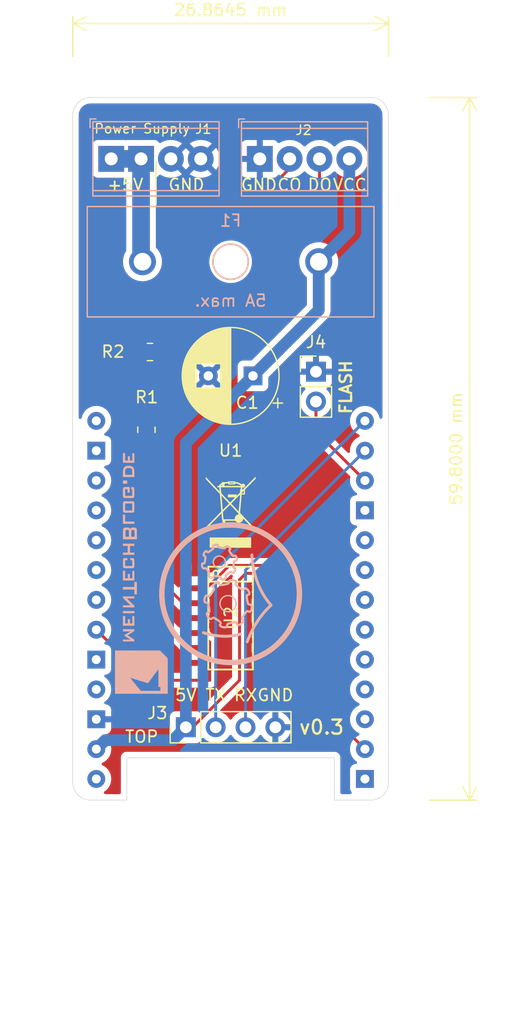
<source format=kicad_pcb>
(kicad_pcb (version 20211014) (generator pcbnew)
  (title_block (title "WS2812-Controller Ethernet") (date "2022-01-30") (rev "0.3") (company "haus-automatisierung.com") (comment 1 "Matthias Kleine"))
  (layers (0 "F.Cu" signal) (31 "B.Cu" signal) (34 "B.Paste" user) (35 "F.Paste" user) (36 "B.SilkS" user "B.Silkscreen") (37 "F.SilkS" user "F.Silkscreen") (38 "B.Mask" user) (39 "F.Mask" user) (44 "Edge.Cuts" user))
  (net 0 "")
  (net 1 "+5V")
  (net 2 "GND")
  (net 3 "GPIO2")
  (net 4 "/TX")
  (net 5 "/RX")
  (net 6 "/SUPPLY")
  (net 7 "IO0")
  (net 8 "Net-(J2-Pad3)")
  (net 9 "Net-(J2-Pad2)")
  (net 32 "DI")
  (net 33 "GPIO5")
  (net 34 "CI")
  (footprint "Capacitor_THT:CP_Radial_D8.0mm_P3.80mm" (layer "F.Cu") (at 148.465001 75.692 180)
    (fp_text reference "C1" (at 0.484601 -2.286) (layer "F.SilkS"))
    (fp_text value "CP")
    (pad "1" thru_hole rect locked (at 0 0 180) (size 1.6 1.6) (drill 0.8) (layers *.Cu *.Mask) (net 1 "+5V"))
    (pad "2" thru_hole circle locked (at 3.8 0 180) (size 1.6 1.6) (drill 0.8) (layers *.Cu *.Mask) (net 2 "GND"))
  )
  (footprint "haus-automatisierung:WT32_ETH01" (layer "F.Cu") (at 147.266121 75.730321)
    (fp_text reference "U1" (at -0.70612 6.31952) (layer "F.SilkS"))
    (fp_text value "WT32_ETH01")
    (pad "1" thru_hole circle locked (at -12.13612 3.78968) (size 1.524 1.524) (drill 0.762) (layers *.Cu *.Mask))
    (pad "2" thru_hole rect locked (at -12.13612 6.32968) (size 1.524 1.524) (drill 0.762) (layers *.Cu *.Mask))
    (pad "3" thru_hole circle locked (at -12.13612 8.86968) (size 1.524 1.524) (drill 0.762) (layers *.Cu *.Mask))
    (pad "4" thru_hole circle locked (at -12.13612 11.40968) (size 1.524 1.524) (drill 0.762) (layers *.Cu *.Mask))
    (pad "5" thru_hole circle locked (at -12.13612 13.94968) (size 1.524 1.524) (drill 0.762) (layers *.Cu *.Mask))
    (pad "6" thru_hole circle locked (at -12.13612 16.48968) (size 1.524 1.524) (drill 0.762) (layers *.Cu *.Mask))
    (pad "7" thru_hole circle locked (at -12.13612 19.02968) (size 1.524 1.524) (drill 0.762) (layers *.Cu *.Mask))
    (pad "8" thru_hole circle locked (at -12.13612 21.56968) (size 1.524 1.524) (drill 0.762) (layers *.Cu *.Mask) (net 33 "GPIO5"))
    (pad "9" thru_hole rect locked (at -12.13612 24.10968) (size 1.524 1.524) (drill 0.762) (layers *.Cu *.Mask))
    (pad "10" thru_hole circle locked (at -12.13612 26.64968) (size 1.524 1.524) (drill 0.762) (layers *.Cu *.Mask))
    (pad "11" thru_hole rect locked (at -12.13612 29.18968) (size 1.524 1.524) (drill 0.762) (layers *.Cu *.Mask) (net 2 "GND"))
    (pad "12" thru_hole circle locked (at -12.13612 31.72968) (size 1.524 1.524) (drill 0.762) (layers *.Cu *.Mask) (net 1 "+5V"))
    (pad "13" thru_hole circle locked (at -12.13612 34.26968) (size 1.524 1.524) (drill 0.762) (layers *.Cu *.Mask))
    (pad "14" thru_hole circle locked (at 10.72388 3.78968) (size 1.524 1.524) (drill 0.762) (layers *.Cu *.Mask) (net 4 "/TX"))
    (pad "15" thru_hole circle locked (at 10.72388 6.32968) (size 1.524 1.524) (drill 0.762) (layers *.Cu *.Mask) (net 5 "/RX"))
    (pad "16" thru_hole circle locked (at 10.72388 8.86968) (size 1.524 1.524) (drill 0.762) (layers *.Cu *.Mask) (net 7 "IO0"))
    (pad "17" thru_hole rect locked (at 10.72388 11.40968) (size 1.524 1.524) (drill 0.762) (layers *.Cu *.Mask))
    (pad "18" thru_hole circle locked (at 10.72388 13.94968) (size 1.524 1.524) (drill 0.762) (layers *.Cu *.Mask))
    (pad "19" thru_hole circle locked (at 10.72388 16.48968) (size 1.524 1.524) (drill 0.762) (layers *.Cu *.Mask))
    (pad "20" thru_hole circle locked (at 10.72388 19.02968) (size 1.524 1.524) (drill 0.762) (layers *.Cu *.Mask))
    (pad "21" thru_hole circle locked (at 10.72388 21.56968) (size 1.524 1.524) (drill 0.762) (layers *.Cu *.Mask))
    (pad "22" thru_hole circle locked (at 10.72388 24.10968) (size 1.524 1.524) (drill 0.762) (layers *.Cu *.Mask))
    (pad "23" thru_hole circle locked (at 10.72388 26.64968) (size 1.524 1.524) (drill 0.762) (layers *.Cu *.Mask))
    (pad "24" thru_hole circle locked (at 10.72388 29.18968) (size 1.524 1.524) (drill 0.762) (layers *.Cu *.Mask))
    (pad "25" thru_hole circle locked (at 10.72388 31.72968) (size 1.524 1.524) (drill 0.762) (layers *.Cu *.Mask) (net 3 "GPIO2"))
    (pad "26" thru_hole rect locked (at 10.72388 34.26968) (size 1.524 1.524) (drill 0.762) (layers *.Cu *.Mask))
  )
  (footprint "Connector_PinHeader_2.54mm:PinHeader_1x04_P2.54mm_Vertical" (layer "F.Cu") (at 142.750001 105.6 90)
    (fp_text reference "J3" (at 1.206 -2.415001) (layer "F.SilkS"))
    (fp_text value "Conn_01x04_Male")
    (pad "1" thru_hole rect locked (at 0 0 90) (size 1.7 1.7) (drill 1) (layers *.Cu *.Mask) (net 1 "+5V"))
    (pad "2" thru_hole oval locked (at 0 2.54 90) (size 1.7 1.7) (drill 1) (layers *.Cu *.Mask) (net 4 "/TX"))
    (pad "3" thru_hole oval locked (at 0 5.08 90) (size 1.7 1.7) (drill 1) (layers *.Cu *.Mask) (net 5 "/RX"))
    (pad "4" thru_hole oval locked (at 0 7.62 90) (size 1.7 1.7) (drill 1) (layers *.Cu *.Mask) (net 2 "GND"))
  )
  (footprint "Resistor_SMD:R_0805_2012Metric_Pad1.20x1.40mm_HandSolder" (layer "F.Cu") (at 139.3952 80.28 -90)
    (fp_text reference "R1" (at -2.7686 -0.0254) (layer "F.SilkS"))
    (fp_text value "R")
    (pad "1" smd roundrect locked (at -1 0 270) (size 1.2 1.4) (layers "F.Cu" "F.Paste" "F.Mask") (roundrect_rratio 0.2083325) (net 8 "Net-(J2-Pad3)"))
    (pad "2" smd roundrect locked (at 1 0 270) (size 1.2 1.4) (layers "F.Cu" "F.Paste" "F.Mask") (roundrect_rratio 0.2083325) (net 32 "DI"))
  )
  (footprint "Symbol:WEEE-Logo_4.2x6mm_SilkScreen" (layer "F.Cu") (at 146.560001 87.2998)
    (fp_text reference "REF**" hide)
    (fp_text value "WEEE-Logo_4.2x6mm_SilkScreen" hide)
  )
  (footprint "Connector_PinHeader_2.54mm:PinHeader_1x02_P2.54mm_Vertical" (layer "F.Cu") (at 153.8224 75.3364)
    (fp_text reference "J4" (at 0 -2.5146) (layer "F.SilkS"))
    (fp_text value "Conn_01x02_Male")
    (pad "1" thru_hole rect locked (at 0 0) (size 1.7 1.7) (drill 1) (layers *.Cu *.Mask) (net 2 "GND"))
    (pad "2" thru_hole oval locked (at 0 2.54) (size 1.7 1.7) (drill 1) (layers *.Cu *.Mask) (net 7 "IO0"))
  )
  (footprint "haus-automatisierung:SN74AHCT125D" (layer "F.Cu") (at 146.560001 90.5002)
    (fp_text reference "U2" (at 0 5.81 90) (layer "F.SilkS"))
    (fp_text value "SN74AHCT125")
    (pad "1" smd rect locked (at -3.05 2) (size 1.5 0.5) (layers "F.Cu" "F.Paste" "F.Mask") (net 2 "GND"))
    (pad "2" smd rect locked (at -3.05 3.27) (size 1.5 0.5) (layers "F.Cu" "F.Paste" "F.Mask") (net 3 "GPIO2"))
    (pad "3" smd rect locked (at -3.05 4.54) (size 1.5 0.5) (layers "F.Cu" "F.Paste" "F.Mask") (net 32 "DI"))
    (pad "4" smd rect locked (at -3.05 5.81) (size 1.5 0.5) (layers "F.Cu" "F.Paste" "F.Mask") (net 2 "GND"))
    (pad "5" smd rect locked (at -3.05 7.08) (size 1.5 0.5) (layers "F.Cu" "F.Paste" "F.Mask") (net 33 "GPIO5"))
    (pad "6" smd rect locked (at -3.05 8.35) (size 1.5 0.5) (layers "F.Cu" "F.Paste" "F.Mask") (net 34 "CI"))
    (pad "7" smd rect locked (at -3.05 9.62) (size 1.5 0.5) (layers "F.Cu" "F.Paste" "F.Mask") (net 2 "GND"))
    (pad "8" smd rect locked (at 3.05 9.62) (size 1.5 0.5) (layers "F.Cu" "F.Paste" "F.Mask"))
    (pad "9" smd rect locked (at 3.05 8.35) (size 1.5 0.5) (layers "F.Cu" "F.Paste" "F.Mask"))
    (pad "10" smd rect locked (at 3.05 7.08) (size 1.5 0.5) (layers "F.Cu" "F.Paste" "F.Mask") (net 2 "GND"))
    (pad "11" smd rect locked (at 3.05 5.81) (size 1.5 0.5) (layers "F.Cu" "F.Paste" "F.Mask"))
    (pad "12" smd rect locked (at 3.05 4.54) (size 1.5 0.5) (layers "F.Cu" "F.Paste" "F.Mask"))
    (pad "13" smd rect locked (at 3.05 3.27) (size 1.5 0.5) (layers "F.Cu" "F.Paste" "F.Mask") (net 2 "GND"))
    (pad "14" smd rect locked (at 3.05 2) (size 1.5 0.5) (layers "F.Cu" "F.Paste" "F.Mask") (net 1 "+5V"))
  )
  (footprint "Resistor_SMD:R_0805_2012Metric_Pad1.20x1.40mm_HandSolder" (layer "F.Cu") (at 139.7 73.66 180)
    (fp_text reference "R2" (at 3.146788 0.026052) (layer "F.SilkS"))
    (fp_text value "R")
    (pad "1" smd roundrect (at -1 0 180) (size 1.2 1.4) (layers "F.Cu" "F.Paste" "F.Mask") (roundrect_rratio 0.208333) (net 9 "Net-(J2-Pad2)"))
    (pad "2" smd roundrect (at 1 0 180) (size 1.2 1.4) (layers "F.Cu" "F.Paste" "F.Mask") (roundrect_rratio 0.208333) (net 34 "CI"))
  )
  (footprint "TerminalBlock_Phoenix:TerminalBlock_Phoenix_MPT-0,5-4-2.54_1x04_P2.54mm_Horizontal" (layer "B.Cu") (at 136.3995 57.221)
    (fp_text reference "J1" (at 7.839936 -2.537679) (layer "F.SilkS") (effects (font (size 0.8 0.8) (thickness 0.12))))
    (fp_text value "Conn_01x04_Male")
    (pad "1" thru_hole rect locked (at 0 0) (size 2.2 2.2) (drill 1.1) (layers *.Cu *.Mask) (net 6 "/SUPPLY"))
    (pad "2" thru_hole rect locked (at 2.54 0) (size 2.2 2.2) (drill 1.1) (layers *.Cu *.Mask) (net 6 "/SUPPLY"))
    (pad "3" thru_hole circle locked (at 5.08 0) (size 2.2 2.2) (drill 1.1) (layers *.Cu *.Mask) (net 2 "GND"))
    (pad "4" thru_hole circle locked (at 7.62 0) (size 2.2 2.2) (drill 1.1) (layers *.Cu *.Mask) (net 2 "GND"))
  )
  (footprint "TerminalBlock_Phoenix:TerminalBlock_Phoenix_MPT-0,5-4-2.54_1x04_P2.54mm_Horizontal" (layer "B.Cu") (at 149.043174 57.22593)
    (fp_text reference "J2" (at 3.732641 -2.445971) (layer "F.SilkS") (effects (font (size 0.8 0.8) (thickness 0.12))))
    (fp_text value "Conn_01x04_Male")
    (pad "1" thru_hole rect (at 0 0) (size 2.2 2.2) (drill 1.1) (layers *.Cu *.Mask) (net 2 "GND"))
    (pad "2" thru_hole circle (at 2.54 0) (size 2.2 2.2) (drill 1.1) (layers *.Cu *.Mask) (net 9 "Net-(J2-Pad2)"))
    (pad "3" thru_hole circle (at 5.08 0) (size 2.2 2.2) (drill 1.1) (layers *.Cu *.Mask) (net 8 "Net-(J2-Pad3)"))
    (pad "4" thru_hole circle (at 7.62 0) (size 2.2 2.2) (drill 1.1) (layers *.Cu *.Mask) (net 1 "+5V"))
  )
  (footprint "halibs:Fuse-PTF75_Stelvio" (layer "B.Cu") (at 146.560001 61.2775 180)
    (fp_text reference "F1" (at 0.002001 -1.2065) (layer "B.SilkS") (effects (justify mirror)))
    (fp_text value "Fuse")
    (pad "" np_thru_hole circle locked (at 0 -4.7 180) (size 2.6 2.6) (drill 2.6) (layers *.Cu *.Mask))
    (pad "1" thru_hole circle locked (at -7.5 -4.7 180) (size 2.3 2.3) (drill 1.5) (layers *.Cu *.Mask) (net 1 "+5V"))
    (pad "2" thru_hole circle locked (at 7.5 -4.7 180) (size 2.3 2.3) (drill 1.5) (layers *.Cu *.Mask) (net 6 "/SUPPLY"))
  )
  (footprint "halibs:Logo" (layer "B.Cu") (at 146.560001 94.234 90)
    (fp_text reference "G***" hide)
    (fp_text value "LOGO" hide)
  )
  (footprint "halibs:meintechblog" (layer "B.Cu") (at 139.065 92.5068 90)
    (fp_text reference "G***" hide)
    (fp_text value "LOGO" hide)
  )
  (gr_line (start 140.208 57.4548) (end 140.208 61.1124) (layer "F.SilkS") (width 0.12))
  (gr_line (start 133.125541 53.50446) (end 133.125541 110.29554) (layer "Edge.Cuts") (width 0.05))
  (gr_arc (start 134.630001 111.8) (mid 133.566187 111.359354) (end 133.125541 110.29554) (layer "Edge.Cuts") (width 0.05))
  (gr_arc (start 133.125541 53.50446) (mid 133.566187 52.440646) (end 134.630001 52) (layer "Edge.Cuts") (width 0.05))
  (gr_arc (start 158.485541 52) (mid 159.549355 52.440646) (end 159.990001 53.50446) (layer "Edge.Cuts") (width 0.05))
  (gr_line (start 159.990001 110.3) (end 159.990001 53.50446) (layer "Edge.Cuts") (width 0.05))
  (gr_line (start 158.485541 52) (end 134.630001 52) (layer "Edge.Cuts") (width 0.05))
  (gr_line (start 137.730001 108.2) (end 155.390001 108.2) (layer "Edge.Cuts") (width 0.05))
  (gr_line (start 134.630001 111.8) (end 137.730001 111.8) (layer "Edge.Cuts") (width 0.05))
  (gr_line (start 155.390001 108.2) (end 155.390001 111.8) (layer "Edge.Cuts") (width 0.05))
  (gr_line (start 155.390001 111.8) (end 158.490001 111.8) (layer "Edge.Cuts") (width 0.05))
  (gr_arc (start 159.990001 110.3) (mid 159.550661 111.36066) (end 158.490001 111.8) (layer "Edge.Cuts") (width 0.05))
  (gr_line (start 137.730001 111.8) (end 137.730001 108.2) (layer "Edge.Cuts") (width 0.05))
  (gr_text "5A max." (at 146.558 69.2912) (layer "B.SilkS") (effects (font (size 1 1)) (justify mirror)))
  (gr_text "GND" (at 148.974711 59.44007) (layer "F.SilkS") (effects (font (size 1 1))))
  (gr_text "Power Supply" (at 139.031709 54.651108) (layer "F.SilkS") (effects (font (size 0.8 0.8) (thickness 0.12))))
  (gr_text "DO" (at 154.149138 59.433244) (layer "F.SilkS") (effects (font (size 1 1))))
  (gr_text "VCC" (at 156.703316 59.440071) (layer "F.SilkS") (effects (font (size 1 1))))
  (gr_text "v0.3" (at 154.305 105.6) (layer "F.SilkS") (effects (font (size 1.2 1.2) (thickness 0.2))))
  (gr_text "TX" (at 145.290001 102.87) (layer "F.SilkS") (effects (font (size 1 1))))
  (gr_text "RX" (at 147.830001 102.87) (layer "F.SilkS") (effects (font (size 1 1))))
  (gr_text "GND" (at 142.7995 59.436) (layer "F.SilkS") (effects (font (size 1 1))))
  (gr_text "CO" (at 151.568751 59.44007) (layer "F.SilkS") (effects (font (size 1 1))))
  (gr_text "+5V" (at 137.5995 59.436) (layer "F.SilkS") (effects (font (size 1 1))))
  (gr_text "FLASH" (at 156.3624 76.6572 90) (layer "F.SilkS") (effects (font (size 1 1) (thickness 0.2))))
  (gr_text "GND" (at 150.370001 102.87) (layer "F.SilkS") (effects (font (size 1 1))))
  (gr_text "TOP" (at 139 106.4) (layer "F.SilkS") (effects (font (size 1 1))))
  (gr_text "5V" (at 142.750001 102.87) (layer "F.SilkS") (effects (font (size 1 1))))
  (dimension (type aligned) (layer "F.SilkS") (pts (xy 159.990001 48.50446) (xy 133.125541 48.50446)) (height 2.80606) (gr_text "26.8645 mm" (at 146.557771 44.5484) (layer "F.SilkS") (effects (font (size 1 1) (thickness 0.15)))) (format (units 2) (units_format 1) (precision 4)) (style (thickness 0.12) (arrow_length 1.27) (text_position_mode 0) (extension_height 0.58642) (extension_offset 0) keep_text_aligned))
  (dimension (type aligned) (layer "F.SilkS") (pts (xy 163.490001 111.8) (xy 163.490001 52)) (height 3.409599) (gr_text "59.8000 mm" (at 165.7496 81.9 90) (layer "F.SilkS") (effects (font (size 1 1) (thickness 0.15)))) (format (units 2) (units_format 1) (precision 4)) (style (thickness 0.12) (arrow_length 1.27) (text_position_mode 0) (extension_height 0.58642) (extension_offset 0) keep_text_aligned))
  (segment (start 154.060001 70.097) (end 148.465001 75.692) (width 1) (layer "F.Cu") (net 1))
  (segment (start 147.32 101.6) (end 143.32 105.6) (width 0.25) (layer "F.Cu") (net 1))
  (segment (start 143.32 105.6) (end 142.750001 105.6) (width 0.25) (layer "F.Cu") (net 1))
  (segment (start 147.32 93.040201) (end 147.32 101.6) (width 0.25) (layer "F.Cu") (net 1))
  (segment (start 154.060001 65.9775) (end 154.060001 70.097) (width 1) (layer "F.Cu") (net 1))
  (segment (start 147.860001 92.5002) (end 147.32 93.040201) (width 0.25) (layer "F.Cu") (net 1))
  (segment (start 147.860001 92.5002) (end 149.610001 92.5002) (width 0.25) (layer "F.Cu") (net 1))
  (segment (start 154.060001 70.097) (end 148.465001 75.692) (width 1) (layer "B.Cu") (net 1))
  (segment (start 142.750001 81.407) (end 148.465001 75.692) (width 1) (layer "B.Cu") (net 1))
  (segment (start 142.750001 105.6) (end 141.651999 106.698002) (width 1) (layer "B.Cu") (net 1))
  (segment (start 156.663174 63.374327) (end 156.663174 57.22593) (width 1) (layer "B.Cu") (net 1))
  (segment (start 154.060001 65.9775) (end 156.663174 63.374327) (width 1) (layer "B.Cu") (net 1))
  (segment (start 142.750001 105.6) (end 142.750001 81.407) (width 1) (layer "B.Cu") (net 1))
  (segment (start 135.892 106.698002) (end 135.130001 107.460001) (width 1) (layer "B.Cu") (net 1))
  (segment (start 141.651999 106.698002) (end 135.892 106.698002) (width 1) (layer "B.Cu") (net 1))
  (segment (start 154.060001 65.9775) (end 154.060001 70.097) (width 1) (layer "B.Cu") (net 1))
  (segment (start 151.845399 91.825199) (end 146.455002 91.825199) (width 0.25) (layer "F.Cu") (net 3))
  (segment (start 146.455002 91.825199) (end 144.510001 93.7702) (width 0.25) (layer "F.Cu") (net 3))
  (segment (start 157.990001 107.460001) (end 152.908 102.378) (width 0.25) (layer "F.Cu") (net 3))
  (segment (start 144.510001 93.7702) (end 143.510001 93.7702) (width 0.25) (layer "F.Cu") (net 3))
  (segment (start 152.908 92.8878) (end 151.845399 91.825199) (width 0.25) (layer "F.Cu") (net 3))
  (segment (start 152.908 102.378) (end 152.908 92.8878) (width 0.25) (layer "F.Cu") (net 3))
  (segment (start 145.290001 105.6) (end 145.290001 92.220001) (width 0.25) (layer "B.Cu") (net 4))
  (segment (start 145.290001 92.220001) (end 157.990001 79.520001) (width 0.25) (layer "B.Cu") (net 4))
  (segment (start 147.830001 105.6) (end 147.830001 92.220001) (width 0.25) (layer "B.Cu") (net 5))
  (segment (start 147.830001 92.220001) (end 157.990001 82.060001) (width 0.25) (layer "B.Cu") (net 5))
  (segment (start 136.3995 57.221) (end 138.9395 57.221) (width 1.5) (layer "F.Cu") (net 6))
  (segment (start 138.9395 65.856999) (end 139.060001 65.9775) (width 1) (layer "F.Cu") (net 6))
  (segment (start 138.9395 57.221) (end 138.9395 65.856999) (width 1.5) (layer "F.Cu") (net 6))
  (segment (start 138.9395 65.856999) (end 139.060001 65.9775) (width 1) (layer "B.Cu") (net 6))
  (segment (start 138.9395 57.221) (end 136.3995 57.221) (width 1.5) (layer "B.Cu") (net 6))
  (segment (start 138.9395 57.221) (end 138.9395 65.856999) (width 1.5) (layer "B.Cu") (net 6))
  (segment (start 153.8224 80.4324) (end 153.8224 77.8764) (width 0.25) (layer "F.Cu") (net 7))
  (segment (start 157.990001 84.600001) (end 153.8224 80.4324) (width 0.25) (layer "F.Cu") (net 7))
  (segment (start 154.123174 62.488026) (end 154.123174 57.22593) (width 0.25) (layer "F.Cu") (net 8))
  (segment (start 139.3952 79.28) (end 139.3952 77.216) (width 0.25) (layer "F.Cu") (net 8))
  (segment (start 139.3952 77.216) (end 154.123174 62.488026) (width 0.25) (layer "F.Cu") (net 8))
  (segment (start 140.7 73.66) (end 140.7 68.921) (width 0.25) (layer "F.Cu") (net 9))
  (segment (start 151.583174 58.037826) (end 151.583174 57.22593) (width 0.25) (layer "F.Cu") (net 9))
  (segment (start 140.7 68.921) (end 151.583174 58.037826) (width 0.25) (layer "F.Cu") (net 9))
  (segment (start 143.510001 95.0402) (end 142.510001 95.0402) (width 0.25) (layer "F.Cu") (net 32))
  (segment (start 139.3952 81.28) (end 139.3952 91.925399) (width 0.25) (layer "F.Cu") (net 32))
  (segment (start 142.510001 95.0402) (end 139.3952 91.925399) (width 0.25) (layer "F.Cu") (net 32))
  (segment (start 144.78 98.350199) (end 144.010001 97.5802) (width 0.25) (layer "F.Cu") (net 33))
  (segment (start 139.43 101.6) (end 144.78 101.6) (width 0.25) (layer "F.Cu") (net 33))
  (segment (start 144.78 101.6) (end 144.78 98.350199) (width 0.25) (layer "F.Cu") (net 33))
  (segment (start 144.010001 97.5802) (end 143.510001 97.5802) (width 0.25) (layer "F.Cu") (net 33))
  (segment (start 135.130001 97.300001) (end 139.43 101.6) (width 0.25) (layer "F.Cu") (net 33))
  (segment (start 138.7 73.66) (end 138.37068 73.98932) (width 0.25) (layer "F.Cu") (net 34))
  (segment (start 138.37068 73.98932) (end 138.37068 94.210879) (width 0.25) (layer "F.Cu") (net 34))
  (segment (start 143.010001 98.8502) (end 143.510001 98.8502) (width 0.25) (layer "F.Cu") (net 34))
  (segment (start 138.37068 94.210879) (end 143.010001 98.8502) (width 0.25) (layer "F.Cu") (net 34))
  (zone (net 2) (net_name "GND") (layer "F.Cu") (connect_pads (clearance 0.508)) (min_thickness 0.254) (fill yes (thermal_gap 0.508) (thermal_bridge_width 0.508))
    (polygon (pts (xy 166.3065 119.657907) (xy 126.9365 119.657907) (xy 126.9365 45.362907) (xy 166.3065 45.362907)))
  )
  (zone (net 2) (net_name "GND") (layer "B.Cu") (connect_pads (clearance 0.508)) (min_thickness 0.254) (fill yes (thermal_gap 0.508) (thermal_bridge_width 0.508))
    (polygon (pts (xy 166.3065 119.634) (xy 126.9365 119.634) (xy 126.9365 45.339) (xy 166.3065 45.339)))
  )
)
</source>
